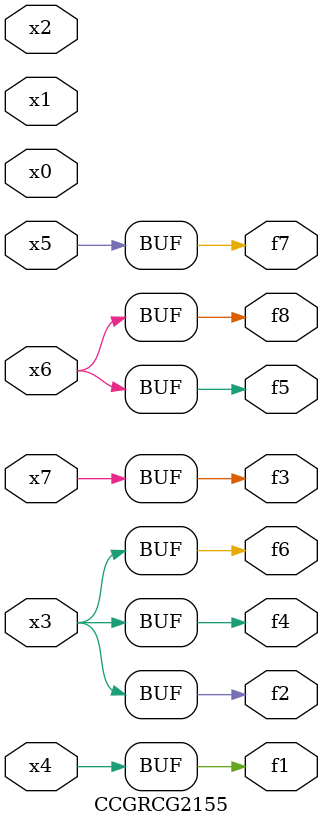
<source format=v>
module CCGRCG2155(
	input x0, x1, x2, x3, x4, x5, x6, x7,
	output f1, f2, f3, f4, f5, f6, f7, f8
);
	assign f1 = x4;
	assign f2 = x3;
	assign f3 = x7;
	assign f4 = x3;
	assign f5 = x6;
	assign f6 = x3;
	assign f7 = x5;
	assign f8 = x6;
endmodule

</source>
